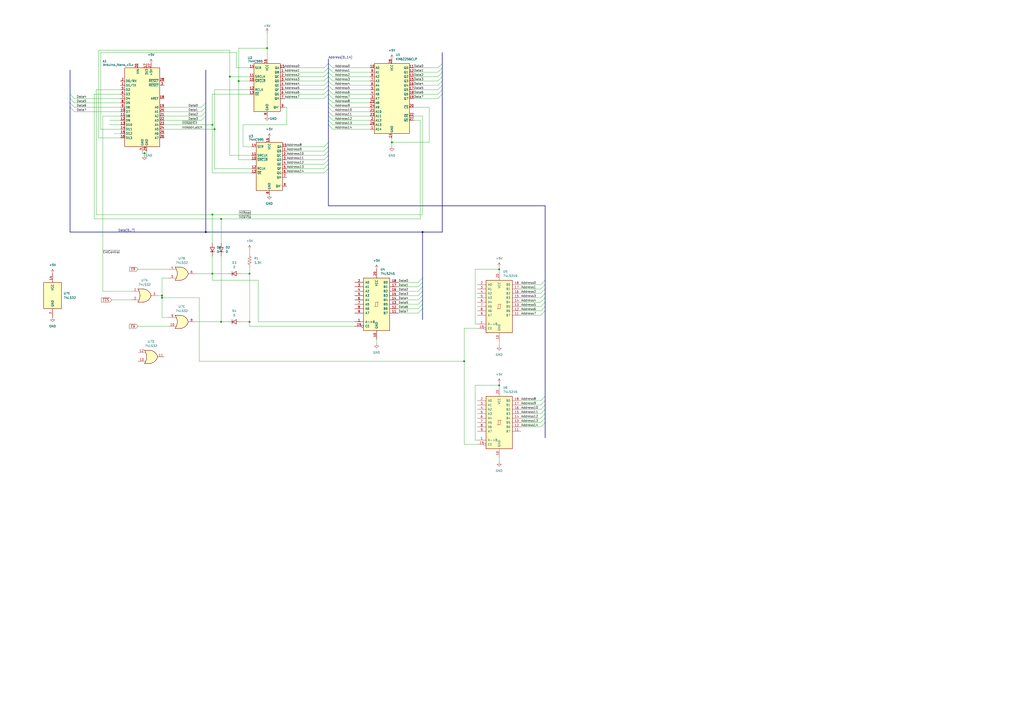
<source format=kicad_sch>
(kicad_sch (version 20231120) (generator "eeschema") (generator_version "8.0")
  (paper "A2")
  (lib_symbols
    (symbol "74xx:74HC595"
      (property "Reference" "U" (at -7.62 13.97 0))
      (property "Value" "74HC595" (at -7.62 -16.51 0))
      (symbol "74HC595_1_0"
        (pin tri_state line (at 10.16 7.62 180) (length 2.54) (name "QB") (number "1"))
        (pin input line (at -10.16 2.54 0) (length 2.54) (name "~{SRCLR}") (number "10"))
        (pin input line (at -10.16 5.08 0) (length 2.54) (name "SRCLK") (number "11"))
        (pin input line (at -10.16 -2.54 0) (length 2.54) (name "RCLK") (number "12"))
        (pin input line (at -10.16 -5.08 0) (length 2.54) (name "~{OE}") (number "13"))
        (pin input line (at -10.16 10.16 0) (length 2.54) (name "SER") (number "14"))
        (pin tri_state line (at 10.16 10.16 180) (length 2.54) (name "QA") (number "15"))
        (pin power_in line (at 0 15.24 270) (length 2.54) (name "VCC") (number "16"))
        (pin tri_state line (at 10.16 5.08 180) (length 2.54) (name "QC") (number "2"))
        (pin tri_state line (at 10.16 2.54 180) (length 2.54) (name "QD") (number "3"))
        (pin tri_state line (at 10.16 0 180) (length 2.54) (name "QE") (number "4"))
        (pin tri_state line (at 10.16 -2.54 180) (length 2.54) (name "QF") (number "5"))
        (pin tri_state line (at 10.16 -5.08 180) (length 2.54) (name "QG") (number "6"))
        (pin tri_state line (at 10.16 -7.62 180) (length 2.54) (name "QH") (number "7"))
        (pin power_in line (at 0 -17.78 90) (length 2.54) (name "GND") (number "8"))
        (pin output line (at 10.16 -12.7 180) (length 2.54) (name "QH'") (number "9"))
      )
      (symbol "74HC595_1_1"
        (rectangle (start -7.62 12.7) (end 7.62 -15.24) (stroke (width 0.254)) (fill (type background)))
      )
    )
    (symbol "74xx:74LS245" (pin_names (offset 1.016))
      (property "Reference" "U" (at -7.62 16.51 0))
      (property "Value" "74LS245" (at -7.62 -16.51 0))
      (symbol "74LS245_1_0"
        (polyline (pts (xy -0.635 -1.27) (xy -0.635 1.27) (xy 0.635 1.27)))
        (polyline (pts (xy -1.27 -1.27) (xy 0.635 -1.27) (xy 0.635 1.27) (xy 1.27 1.27)))
        (pin input line (at -12.7 -10.16 0) (length 5.08) (name "A->B") (number "1"))
        (pin power_in line (at 0 -20.32 90) (length 5.08) (name "GND") (number "10"))
        (pin tri_state line (at 12.7 -5.08 180) (length 5.08) (name "B7") (number "11"))
        (pin tri_state line (at 12.7 -2.54 180) (length 5.08) (name "B6") (number "12"))
        (pin tri_state line (at 12.7 0 180) (length 5.08) (name "B5") (number "13"))
        (pin tri_state line (at 12.7 2.54 180) (length 5.08) (name "B4") (number "14"))
        (pin tri_state line (at 12.7 5.08 180) (length 5.08) (name "B3") (number "15"))
        (pin tri_state line (at 12.7 7.62 180) (length 5.08) (name "B2") (number "16"))
        (pin tri_state line (at 12.7 10.16 180) (length 5.08) (name "B1") (number "17"))
        (pin tri_state line (at 12.7 12.7 180) (length 5.08) (name "B0") (number "18"))
        (pin input inverted (at -12.7 -12.7 0) (length 5.08) (name "CE") (number "19"))
        (pin tri_state line (at -12.7 12.7 0) (length 5.08) (name "A0") (number "2"))
        (pin power_in line (at 0 20.32 270) (length 5.08) (name "VCC") (number "20"))
        (pin tri_state line (at -12.7 10.16 0) (length 5.08) (name "A1") (number "3"))
        (pin tri_state line (at -12.7 7.62 0) (length 5.08) (name "A2") (number "4"))
        (pin tri_state line (at -12.7 5.08 0) (length 5.08) (name "A3") (number "5"))
        (pin tri_state line (at -12.7 2.54 0) (length 5.08) (name "A4") (number "6"))
        (pin tri_state line (at -12.7 0 0) (length 5.08) (name "A5") (number "7"))
        (pin tri_state line (at -12.7 -2.54 0) (length 5.08) (name "A6") (number "8"))
        (pin tri_state line (at -12.7 -5.08 0) (length 5.08) (name "A7") (number "9"))
      )
      (symbol "74LS245_1_1"
        (rectangle (start -7.62 15.24) (end 7.62 -15.24) (stroke (width 0.254)) (fill (type background)))
      )
    )
    (symbol "74xx:74LS32" (pin_names (offset 1.016))
      (property "Reference" "U" (at 0 1.27 0))
      (property "Value" "74LS32" (at 0 -1.27 0))
      (symbol "74LS32_1_1"
        (arc (start -3.81 -3.81) (mid -2.589 0) (end -3.81 3.81) (stroke (width 0.254)))
        (arc (start -0.6096 -3.81) (mid 2.1842 -2.5851) (end 3.81 0) (stroke (width 0.254)) (fill (type background)))
        (polyline (pts (xy -3.81 -3.81) (xy -0.635 -3.81)) (stroke (width 0.254)) (fill (type background)))
        (polyline (pts (xy -3.81 3.81) (xy -0.635 3.81)) (stroke (width 0.254)) (fill (type background)))
        (polyline (pts (xy -0.635 3.81) (xy -3.81 3.81) (xy -3.81 3.81) (xy -3.556 3.4036) (xy -3.0226 2.2606) (xy -2.6924 1.0414) (xy -2.6162 -0.254) (xy -2.7686 -1.4986) (xy -3.175 -2.7178) (xy -3.81 -3.81) (xy -3.81 -3.81) (xy -0.635 -3.81)) (stroke (width -25.4)) (fill (type background)))
        (arc (start 3.81 0) (mid 2.1915 2.5936) (end -0.6096 3.81) (stroke (width 0.254)) (fill (type background)))
        (pin input line (at -7.62 2.54 0) (length 4.318) (name "~") (number "1"))
        (pin input line (at -7.62 -2.54 0) (length 4.318) (name "~") (number "2"))
        (pin output line (at 7.62 0 180) (length 3.81) (name "~") (number "3"))
      )
      (symbol "74LS32_1_2"
        (arc (start 0 -3.81) (mid 3.7934 0) (end 0 3.81) (stroke (width 0.254)) (fill (type background)))
        (polyline (pts (xy 0 3.81) (xy -3.81 3.81) (xy -3.81 -3.81) (xy 0 -3.81)) (stroke (width 0.254)) (fill (type background)))
        (pin input inverted (at -7.62 2.54 0) (length 3.81) (name "~") (number "1"))
        (pin input inverted (at -7.62 -2.54 0) (length 3.81) (name "~") (number "2"))
        (pin output inverted (at 7.62 0 180) (length 3.81) (name "~") (number "3"))
      )
      (symbol "74LS32_2_1"
        (arc (start -3.81 -3.81) (mid -2.589 0) (end -3.81 3.81) (stroke (width 0.254)))
        (arc (start -0.6096 -3.81) (mid 2.1842 -2.5851) (end 3.81 0) (stroke (width 0.254)) (fill (type background)))
        (polyline (pts (xy -3.81 -3.81) (xy -0.635 -3.81)) (stroke (width 0.254)) (fill (type background)))
        (polyline (pts (xy -3.81 3.81) (xy -0.635 3.81)) (stroke (width 0.254)) (fill (type background)))
        (polyline (pts (xy -0.635 3.81) (xy -3.81 3.81) (xy -3.81 3.81) (xy -3.556 3.4036) (xy -3.0226 2.2606) (xy -2.6924 1.0414) (xy -2.6162 -0.254) (xy -2.7686 -1.4986) (xy -3.175 -2.7178) (xy -3.81 -3.81) (xy -3.81 -3.81) (xy -0.635 -3.81)) (stroke (width -25.4)) (fill (type background)))
        (arc (start 3.81 0) (mid 2.1915 2.5936) (end -0.6096 3.81) (stroke (width 0.254)) (fill (type background)))
        (pin input line (at -7.62 2.54 0) (length 4.318) (name "~") (number "4"))
        (pin input line (at -7.62 -2.54 0) (length 4.318) (name "~") (number "5"))
        (pin output line (at 7.62 0 180) (length 3.81) (name "~") (number "6"))
      )
      (symbol "74LS32_2_2"
        (arc (start 0 -3.81) (mid 3.7934 0) (end 0 3.81) (stroke (width 0.254)) (fill (type background)))
        (polyline (pts (xy 0 3.81) (xy -3.81 3.81) (xy -3.81 -3.81) (xy 0 -3.81)) (stroke (width 0.254)) (fill (type background)))
        (pin input inverted (at -7.62 2.54 0) (length 3.81) (name "~") (number "4"))
        (pin input inverted (at -7.62 -2.54 0) (length 3.81) (name "~") (number "5"))
        (pin output inverted (at 7.62 0 180) (length 3.81) (name "~") (number "6"))
      )
      (symbol "74LS32_3_1"
        (arc (start -3.81 -3.81) (mid -2.589 0) (end -3.81 3.81) (stroke (width 0.254)))
        (arc (start -0.6096 -3.81) (mid 2.1842 -2.5851) (end 3.81 0) (stroke (width 0.254)) (fill (type background)))
        (polyline (pts (xy -3.81 -3.81) (xy -0.635 -3.81)) (stroke (width 0.254)) (fill (type background)))
        (polyline (pts (xy -3.81 3.81) (xy -0.635 3.81)) (stroke (width 0.254)) (fill (type background)))
        (polyline (pts (xy -0.635 3.81) (xy -3.81 3.81) (xy -3.81 3.81) (xy -3.556 3.4036) (xy -3.0226 2.2606) (xy -2.6924 1.0414) (xy -2.6162 -0.254) (xy -2.7686 -1.4986) (xy -3.175 -2.7178) (xy -3.81 -3.81) (xy -3.81 -3.81) (xy -0.635 -3.81)) (stroke (width -25.4)) (fill (type background)))
        (arc (start 3.81 0) (mid 2.1915 2.5936) (end -0.6096 3.81) (stroke (width 0.254)) (fill (type background)))
        (pin input line (at -7.62 -2.54 0) (length 4.318) (name "~") (number "10"))
        (pin output line (at 7.62 0 180) (length 3.81) (name "~") (number "8"))
        (pin input line (at -7.62 2.54 0) (length 4.318) (name "~") (number "9"))
      )
      (symbol "74LS32_3_2"
        (arc (start 0 -3.81) (mid 3.7934 0) (end 0 3.81) (stroke (width 0.254)) (fill (type background)))
        (polyline (pts (xy 0 3.81) (xy -3.81 3.81) (xy -3.81 -3.81) (xy 0 -3.81)) (stroke (width 0.254)) (fill (type background)))
        (pin input inverted (at -7.62 -2.54 0) (length 3.81) (name "~") (number "10"))
        (pin output inverted (at 7.62 0 180) (length 3.81) (name "~") (number "8"))
        (pin input inverted (at -7.62 2.54 0) (length 3.81) (name "~") (number "9"))
      )
      (symbol "74LS32_4_1"
        (arc (start -3.81 -3.81) (mid -2.589 0) (end -3.81 3.81) (stroke (width 0.254)))
        (arc (start -0.6096 -3.81) (mid 2.1842 -2.5851) (end 3.81 0) (stroke (width 0.254)) (fill (type background)))
        (polyline (pts (xy -3.81 -3.81) (xy -0.635 -3.81)) (stroke (width 0.254)) (fill (type background)))
        (polyline (pts (xy -3.81 3.81) (xy -0.635 3.81)) (stroke (width 0.254)) (fill (type background)))
        (polyline (pts (xy -0.635 3.81) (xy -3.81 3.81) (xy -3.81 3.81) (xy -3.556 3.4036) (xy -3.0226 2.2606) (xy -2.6924 1.0414) (xy -2.6162 -0.254) (xy -2.7686 -1.4986) (xy -3.175 -2.7178) (xy -3.81 -3.81) (xy -3.81 -3.81) (xy -0.635 -3.81)) (stroke (width -25.4)) (fill (type background)))
        (arc (start 3.81 0) (mid 2.1915 2.5936) (end -0.6096 3.81) (stroke (width 0.254)) (fill (type background)))
        (pin output line (at 7.62 0 180) (length 3.81) (name "~") (number "11"))
        (pin input line (at -7.62 2.54 0) (length 4.318) (name "~") (number "12"))
        (pin input line (at -7.62 -2.54 0) (length 4.318) (name "~") (number "13"))
      )
      (symbol "74LS32_4_2"
        (arc (start 0 -3.81) (mid 3.7934 0) (end 0 3.81) (stroke (width 0.254)) (fill (type background)))
        (polyline (pts (xy 0 3.81) (xy -3.81 3.81) (xy -3.81 -3.81) (xy 0 -3.81)) (stroke (width 0.254)) (fill (type background)))
        (pin output inverted (at 7.62 0 180) (length 3.81) (name "~") (number "11"))
        (pin input inverted (at -7.62 2.54 0) (length 3.81) (name "~") (number "12"))
        (pin input inverted (at -7.62 -2.54 0) (length 3.81) (name "~") (number "13"))
      )
      (symbol "74LS32_5_0"
        (pin power_in line (at 0 12.7 270) (length 5.08) (name "VCC") (number "14"))
        (pin power_in line (at 0 -12.7 90) (length 5.08) (name "GND") (number "7"))
      )
      (symbol "74LS32_5_1"
        (rectangle (start -5.08 7.62) (end 5.08 -7.62) (stroke (width 0.254)) (fill (type background)))
      )
    )
    (symbol "Device:D" (pin_numbers hide) (pin_names (offset 1.016) hide)
      (property "Reference" "D" (at 0 2.54 0))
      (property "Value" "D" (at 0 -2.54 0))
      (symbol "D_0_1"
        (polyline (pts (xy -1.27 1.27) (xy -1.27 -1.27)) (stroke (width 0.254)))
        (polyline (pts (xy 1.27 0) (xy -1.27 0)))
        (polyline (pts (xy 1.27 1.27) (xy 1.27 -1.27) (xy -1.27 0) (xy 1.27 1.27)) (stroke (width 0.254)))
      )
      (symbol "D_1_1"
        (pin passive line (at -3.81 0 0) (length 2.54) (name "K") (number "1"))
        (pin passive line (at 3.81 0 180) (length 2.54) (name "A") (number "2"))
      )
    )
    (symbol "Device:R_US" (pin_numbers hide) (pin_names (offset 0))
      (property "Reference" "R" (at 2.54 0 90))
      (property "Value" "R_US" (at -2.54 0 90))
      (symbol "R_US_0_1"
        (polyline (pts (xy 0 -2.286) (xy 0 -2.54)))
        (polyline (pts (xy 0 2.286) (xy 0 2.54)))
        (polyline (pts (xy 0 -0.762) (xy 1.016 -1.143) (xy 0 -1.524) (xy -1.016 -1.905) (xy 0 -2.286)))
        (polyline (pts (xy 0 0.762) (xy 1.016 0.381) (xy 0 0) (xy -1.016 -0.381) (xy 0 -0.762)))
        (polyline (pts (xy 0 2.286) (xy 1.016 1.905) (xy 0 1.524) (xy -1.016 1.143) (xy 0 0.762)))
      )
      (symbol "R_US_1_1"
        (pin passive line (at 0 3.81 270) (length 1.27) (name "~") (number "1"))
        (pin passive line (at 0 -3.81 90) (length 1.27) (name "~") (number "2"))
      )
    )
    (symbol "MCU_Module:Arduino_Nano_v3.x"
      (property "Reference" "A" (at -10.16 23.495 0))
      (property "Value" "Arduino_Nano_v3.x" (at 5.08 -24.13 0))
      (symbol "Arduino_Nano_v3.x_0_1"
        (rectangle (start -10.16 22.86) (end 10.16 -22.86) (stroke (width 0.254)) (fill (type background)))
      )
      (symbol "Arduino_Nano_v3.x_1_1"
        (pin bidirectional line (at -12.7 12.7 0) (length 2.54) (name "D1/TX") (number "1"))
        (pin bidirectional line (at -12.7 -2.54 0) (length 2.54) (name "D7") (number "10"))
        (pin bidirectional line (at -12.7 -5.08 0) (length 2.54) (name "D8") (number "11"))
        (pin bidirectional line (at -12.7 -7.62 0) (length 2.54) (name "D9") (number "12"))
        (pin bidirectional line (at -12.7 -10.16 0) (length 2.54) (name "D10") (number "13"))
        (pin bidirectional line (at -12.7 -12.7 0) (length 2.54) (name "D11") (number "14"))
        (pin bidirectional line (at -12.7 -15.24 0) (length 2.54) (name "D12") (number "15"))
        (pin bidirectional line (at -12.7 -17.78 0) (length 2.54) (name "D13") (number "16"))
        (pin power_out line (at 2.54 25.4 270) (length 2.54) (name "3V3") (number "17"))
        (pin input line (at 12.7 5.08 180) (length 2.54) (name "AREF") (number "18"))
        (pin bidirectional line (at 12.7 0 180) (length 2.54) (name "A0") (number "19"))
        (pin bidirectional line (at -12.7 15.24 0) (length 2.54) (name "D0/RX") (number "2"))
        (pin bidirectional line (at 12.7 -2.54 180) (length 2.54) (name "A1") (number "20"))
        (pin bidirectional line (at 12.7 -5.08 180) (length 2.54) (name "A2") (number "21"))
        (pin bidirectional line (at 12.7 -7.62 180) (length 2.54) (name "A3") (number "22"))
        (pin bidirectional line (at 12.7 -10.16 180) (length 2.54) (name "A4") (number "23"))
        (pin bidirectional line (at 12.7 -12.7 180) (length 2.54) (name "A5") (number "24"))
        (pin bidirectional line (at 12.7 -15.24 180) (length 2.54) (name "A6") (number "25"))
        (pin bidirectional line (at 12.7 -17.78 180) (length 2.54) (name "A7") (number "26"))
        (pin power_out line (at 5.08 25.4 270) (length 2.54) (name "+5V") (number "27"))
        (pin input line (at 12.7 15.24 180) (length 2.54) (name "~{RESET}") (number "28"))
        (pin power_in line (at 2.54 -25.4 90) (length 2.54) (name "GND") (number "29"))
        (pin input line (at 12.7 12.7 180) (length 2.54) (name "~{RESET}") (number "3"))
        (pin power_in line (at -2.54 25.4 270) (length 2.54) (name "VIN") (number "30"))
        (pin power_in line (at 0 -25.4 90) (length 2.54) (name "GND") (number "4"))
        (pin bidirectional line (at -12.7 10.16 0) (length 2.54) (name "D2") (number "5"))
        (pin bidirectional line (at -12.7 7.62 0) (length 2.54) (name "D3") (number "6"))
        (pin bidirectional line (at -12.7 5.08 0) (length 2.54) (name "D4") (number "7"))
        (pin bidirectional line (at -12.7 2.54 0) (length 2.54) (name "D5") (number "8"))
        (pin bidirectional line (at -12.7 0 0) (length 2.54) (name "D6") (number "9"))
      )
    )
    (symbol "Memory_RAM:KM62256CLP"
      (property "Reference" "U" (at -10.16 20.955 0))
      (property "Value" "KM62256CLP" (at 2.54 20.955 0))
      (symbol "KM62256CLP_0_0"
        (pin power_in line (at 0 -22.86 90) (length 2.54) (name "GND") (number "14"))
        (pin power_in line (at 0 22.86 270) (length 2.54) (name "VCC") (number "28"))
      )
      (symbol "KM62256CLP_0_1"
        (rectangle (start -10.16 20.32) (end 10.16 -20.32) (stroke (width 0.254)) (fill (type background)))
      )
      (symbol "KM62256CLP_1_1"
        (pin input line (at -12.7 -17.78 0) (length 2.54) (name "A14") (number "1"))
        (pin input line (at -12.7 17.78 0) (length 2.54) (name "A0") (number "10"))
        (pin tri_state line (at 12.7 17.78 180) (length 2.54) (name "Q0") (number "11"))
        (pin tri_state line (at 12.7 15.24 180) (length 2.54) (name "Q1") (number "12"))
        (pin tri_state line (at 12.7 12.7 180) (length 2.54) (name "Q2") (number "13"))
        (pin tri_state line (at 12.7 10.16 180) (length 2.54) (name "Q3") (number "15"))
        (pin tri_state line (at 12.7 7.62 180) (length 2.54) (name "Q4") (number "16"))
        (pin tri_state line (at 12.7 5.08 180) (length 2.54) (name "Q5") (number "17"))
        (pin tri_state line (at 12.7 2.54 180) (length 2.54) (name "Q6") (number "18"))
        (pin tri_state line (at 12.7 0 180) (length 2.54) (name "Q7") (number "19"))
        (pin input line (at -12.7 -12.7 0) (length 2.54) (name "A12") (number "2"))
        (pin input line (at 12.7 -5.08 180) (length 2.54) (name "~{CS}") (number "20"))
        (pin input line (at -12.7 -7.62 0) (length 2.54) (name "A10") (number "21"))
        (pin input line (at 12.7 -10.16 180) (length 2.54) (name "~{OE}") (number "22"))
        (pin input line (at -12.7 -10.16 0) (length 2.54) (name "A11") (number "23"))
        (pin input line (at -12.7 -5.08 0) (length 2.54) (name "A9") (number "24"))
        (pin input line (at -12.7 -2.54 0) (length 2.54) (name "A8") (number "25"))
        (pin input line (at -12.7 -15.24 0) (length 2.54) (name "A13") (number "26"))
        (pin input line (at 12.7 -12.7 180) (length 2.54) (name "~{WE}") (number "27"))
        (pin input line (at -12.7 0 0) (length 2.54) (name "A7") (number "3"))
        (pin input line (at -12.7 2.54 0) (length 2.54) (name "A6") (number "4"))
        (pin input line (at -12.7 5.08 0) (length 2.54) (name "A5") (number "5"))
        (pin input line (at -12.7 7.62 0) (length 2.54) (name "A4") (number "6"))
        (pin input line (at -12.7 10.16 0) (length 2.54) (name "A3") (number "7"))
        (pin input line (at -12.7 12.7 0) (length 2.54) (name "A2") (number "8"))
        (pin input line (at -12.7 15.24 0) (length 2.54) (name "A1") (number "9"))
      )
    )
    (symbol "power:+5V" (power) (pin_numbers hide) (pin_names (offset 0) hide)
      (property "Value" "+5V" (at 0 3.556 0))
      (symbol "+5V_0_1"
        (polyline (pts (xy -0.762 1.27) (xy 0 2.54)))
        (polyline (pts (xy 0 0) (xy 0 2.54)))
        (polyline (pts (xy 0 2.54) (xy 0.762 1.27)))
      )
      (symbol "+5V_1_1"
        (pin power_in line (at 0 0 90) (length 0) (name "~") (number "1"))
      )
    )
    (symbol "power:GND" (power) (pin_numbers hide) (pin_names (offset 0) hide)
      (property "Value" "GND" (at 0 -3.81 0))
      (symbol "GND_0_1"
        (polyline (pts (xy 0 0) (xy 0 -1.27) (xy 1.27 -1.27) (xy 0 -2.54) (xy -1.27 -1.27) (xy 0 -1.27)))
      )
      (symbol "GND_1_1"
        (pin power_in line (at 0 0 270) (length 0) (name "~") (number "1"))
      )
    )
  )
  (junction (at 123.19 124.46))
  (junction (at 119.38 134.62))
  (junction (at 133.35 44.45))
  (junction (at 269.24 209.55))
  (junction (at 289.56 156.21))
  (junction (at 93.98 171.45))
  (junction (at 83.82 88.9))
  (junction (at 123.19 72.39))
  (junction (at 227.33 82.55))
  (junction (at 128.27 127))
  (junction (at 154.94 27.94))
  (junction (at 124.46 74.93))
  (junction (at 245.11 134.62))
  (junction (at 289.56 223.52))
  (junction (at 123.19 158.75))
  (junction (at 144.78 158.75))
  (junction (at 144.78 186.69))
  (junction (at 128.27 186.69))
  (junction (at 93.98 172.72))
  (junction (at 138.43 46.99))
  (bus_entry (at 190.5 54.61) (size 2.54 2.54))
  (bus_entry (at 245.11 173.99) (size -2.54 2.54))
  (bus_entry (at 190.5 44.45) (size 2.54 2.54))
  (bus_entry (at 316.23 180.34) (size -2.54 2.54))
  (bus_entry (at 190.5 49.53) (size -2.54 2.54))
  (bus_entry (at 316.23 162.56) (size -2.54 2.54))
  (bus_entry (at 245.11 171.45) (size -2.54 2.54))
  (bus_entry (at 190.5 97.79) (size -2.54 2.54))
  (bus_entry (at 256.54 36.83) (size -2.54 2.54))
  (bus_entry (at 190.5 62.23) (size 2.54 2.54))
  (bus_entry (at 316.23 245.11) (size -2.54 2.54))
  (bus_entry (at 190.5 52.07) (size 2.54 2.54))
  (bus_entry (at 190.5 46.99) (size 2.54 2.54))
  (bus_entry (at 256.54 46.99) (size -2.54 2.54))
  (bus_entry (at 190.5 41.91) (size -2.54 2.54))
  (bus_entry (at 119.38 67.31) (size -2.54 2.54))
  (bus_entry (at 119.38 64.77) (size -2.54 2.54))
  (bus_entry (at 190.5 87.63) (size -2.54 2.54))
  (bus_entry (at 190.5 54.61) (size -2.54 2.54))
  (bus_entry (at 316.23 242.57) (size -2.54 2.54))
  (bus_entry (at 316.23 170.18) (size -2.54 2.54))
  (bus_entry (at 40.64 62.23) (size 2.54 2.54))
  (bus_entry (at 190.5 39.37) (size -2.54 2.54))
  (bus_entry (at 119.38 62.23) (size -2.54 2.54))
  (bus_entry (at 245.11 179.07) (size -2.54 2.54))
  (bus_entry (at 190.5 59.69) (size 2.54 2.54))
  (bus_entry (at 316.23 165.1) (size -2.54 2.54))
  (bus_entry (at 316.23 175.26) (size -2.54 2.54))
  (bus_entry (at 190.5 92.71) (size -2.54 2.54))
  (bus_entry (at 190.5 67.31) (size 2.54 2.54))
  (bus_entry (at 316.23 229.87) (size -2.54 2.54))
  (bus_entry (at 245.11 168.91) (size -2.54 2.54))
  (bus_entry (at 256.54 52.07) (size -2.54 2.54))
  (bus_entry (at 190.5 72.39) (size 2.54 2.54))
  (bus_entry (at 190.5 41.91) (size 2.54 2.54))
  (bus_entry (at 316.23 234.95) (size -2.54 2.54))
  (bus_entry (at 316.23 177.8) (size -2.54 2.54))
  (bus_entry (at 190.5 46.99) (size -2.54 2.54))
  (bus_entry (at 190.5 36.83) (size -2.54 2.54))
  (bus_entry (at 40.64 54.61) (size 2.54 2.54))
  (bus_entry (at 190.5 90.17) (size -2.54 2.54))
  (bus_entry (at 190.5 49.53) (size 2.54 2.54))
  (bus_entry (at 256.54 39.37) (size -2.54 2.54))
  (bus_entry (at 119.38 59.69) (size -2.54 2.54))
  (bus_entry (at 190.5 39.37) (size 2.54 2.54))
  (bus_entry (at 190.5 64.77) (size 2.54 2.54))
  (bus_entry (at 40.64 57.15) (size 2.54 2.54))
  (bus_entry (at 190.5 36.83) (size 2.54 2.54))
  (bus_entry (at 190.5 85.09) (size -2.54 2.54))
  (bus_entry (at 245.11 163.83) (size -2.54 2.54))
  (bus_entry (at 245.11 166.37) (size -2.54 2.54))
  (bus_entry (at 316.23 167.64) (size -2.54 2.54))
  (bus_entry (at 316.23 232.41) (size -2.54 2.54))
  (bus_entry (at 245.11 176.53) (size -2.54 2.54))
  (bus_entry (at 256.54 49.53) (size -2.54 2.54))
  (bus_entry (at 190.5 52.07) (size -2.54 2.54))
  (bus_entry (at 256.54 54.61) (size -2.54 2.54))
  (bus_entry (at 190.5 57.15) (size 2.54 2.54))
  (bus_entry (at 190.5 82.55) (size -2.54 2.54))
  (bus_entry (at 190.5 69.85) (size 2.54 2.54))
  (bus_entry (at 316.23 237.49) (size -2.54 2.54))
  (bus_entry (at 190.5 95.25) (size -2.54 2.54))
  (bus_entry (at 245.11 161.29) (size -2.54 2.54))
  (bus_entry (at 316.23 240.03) (size -2.54 2.54))
  (bus_entry (at 316.23 172.72) (size -2.54 2.54))
  (bus_entry (at 256.54 44.45) (size -2.54 2.54))
  (bus_entry (at 190.5 44.45) (size -2.54 2.54))
  (bus_entry (at 40.64 59.69) (size 2.54 2.54))
  (bus_entry (at 256.54 41.91) (size -2.54 2.54))
  (wire (pts (xy 123.19 124.46) (xy 245.11 124.46)))
  (bus (pts (xy 190.5 67.31) (xy 190.5 69.85)))
  (wire (pts (xy 193.04 57.15) (xy 214.63 57.15)))
  (wire (pts (xy 128.27 127) (xy 128.27 140.97)))
  (wire (pts (xy 133.35 44.45) (xy 144.78 44.45)))
  (bus (pts (xy 256.54 46.99) (xy 256.54 49.53)))
  (wire (pts (xy 144.78 189.23) (xy 144.78 186.69)))
  (wire (pts (xy 93.98 171.45) (xy 93.98 172.72)))
  (bus (pts (xy 316.23 165.1) (xy 316.23 167.64)))
  (wire (pts (xy 55.88 52.07) (xy 55.88 124.46)))
  (wire (pts (xy 133.35 90.17) (xy 133.35 44.45)))
  (bus (pts (xy 190.5 69.85) (xy 190.5 72.39)))
  (bus (pts (xy 316.23 175.26) (xy 316.23 177.8)))
  (wire (pts (xy 302.26 242.57) (xy 313.69 242.57)))
  (wire (pts (xy 139.7 158.75) (xy 144.78 158.75)))
  (bus (pts (xy 316.23 237.49) (xy 316.23 240.03)))
  (bus (pts (xy 245.11 134.62) (xy 245.11 161.29)))
  (wire (pts (xy 95.25 62.23) (xy 116.84 62.23)))
  (bus (pts (xy 190.5 72.39) (xy 190.5 82.55)))
  (wire (pts (xy 289.56 154.94) (xy 289.56 156.21)))
  (wire (pts (xy 123.19 158.75) (xy 132.08 158.75)))
  (wire (pts (xy 128.27 148.59) (xy 128.27 186.69)))
  (bus (pts (xy 316.23 240.03) (xy 316.23 242.57)))
  (wire (pts (xy 193.04 41.91) (xy 214.63 41.91)))
  (wire (pts (xy 115.57 172.72) (xy 93.98 172.72)))
  (wire (pts (xy 138.43 27.94) (xy 138.43 46.99)))
  (wire (pts (xy 95.25 64.77) (xy 116.84 64.77)))
  (wire (pts (xy 166.37 87.63) (xy 187.96 87.63)))
  (wire (pts (xy 59.69 67.31) (xy 69.85 67.31)))
  (wire (pts (xy 43.18 64.77) (xy 69.85 64.77)))
  (bus (pts (xy 316.23 245.11) (xy 316.23 254)))
  (wire (pts (xy 133.35 29.21) (xy 133.35 44.45)))
  (bus (pts (xy 256.54 30.48) (xy 256.54 36.83)))
  (wire (pts (xy 69.85 74.93) (xy 58.42 74.93)))
  (wire (pts (xy 165.1 39.37) (xy 187.96 39.37)))
  (wire (pts (xy 128.27 186.69) (xy 113.03 186.69)))
  (wire (pts (xy 165.1 52.07) (xy 187.96 52.07)))
  (wire (pts (xy 240.03 46.99) (xy 254 46.99)))
  (bus (pts (xy 190.5 59.69) (xy 190.5 62.23)))
  (wire (pts (xy 54.61 54.61) (xy 69.85 54.61)))
  (bus (pts (xy 190.5 52.07) (xy 190.5 54.61)))
  (bus (pts (xy 190.5 97.79) (xy 190.5 119.38)))
  (wire (pts (xy 248.92 62.23) (xy 240.03 62.23)))
  (wire (pts (xy 275.59 223.52) (xy 289.56 223.52)))
  (bus (pts (xy 256.54 49.53) (xy 256.54 52.07)))
  (wire (pts (xy 80.01 156.21) (xy 97.79 156.21)))
  (bus (pts (xy 190.5 49.53) (xy 190.5 52.07)))
  (wire (pts (xy 123.19 72.39) (xy 123.19 100.33)))
  (bus (pts (xy 190.5 95.25) (xy 190.5 97.79)))
  (wire (pts (xy 54.61 127) (xy 128.27 127)))
  (wire (pts (xy 55.88 124.46) (xy 123.19 124.46)))
  (bus (pts (xy 190.5 54.61) (xy 190.5 57.15)))
  (wire (pts (xy 240.03 44.45) (xy 254 44.45)))
  (wire (pts (xy 289.56 223.52) (xy 289.56 224.79)))
  (wire (pts (xy 276.86 187.96) (xy 275.59 187.96)))
  (wire (pts (xy 82.55 88.9) (xy 83.82 88.9)))
  (wire (pts (xy 193.04 54.61) (xy 214.63 54.61)))
  (wire (pts (xy 231.14 181.61) (xy 242.57 181.61)))
  (wire (pts (xy 138.43 46.99) (xy 144.78 46.99)))
  (wire (pts (xy 166.37 100.33) (xy 187.96 100.33)))
  (wire (pts (xy 83.82 90.17) (xy 83.82 88.9)))
  (wire (pts (xy 124.46 74.93) (xy 124.46 97.79)))
  (wire (pts (xy 193.04 46.99) (xy 214.63 46.99)))
  (bus (pts (xy 316.23 167.64) (xy 316.23 170.18)))
  (wire (pts (xy 69.85 80.01) (xy 57.15 80.01)))
  (wire (pts (xy 302.26 165.1) (xy 313.69 165.1)))
  (wire (pts (xy 289.56 222.25) (xy 289.56 223.52)))
  (wire (pts (xy 302.26 245.11) (xy 313.69 245.11)))
  (wire (pts (xy 275.59 156.21) (xy 289.56 156.21)))
  (wire (pts (xy 302.26 247.65) (xy 313.69 247.65)))
  (wire (pts (xy 66.04 77.47) (xy 69.85 77.47)))
  (bus (pts (xy 190.5 39.37) (xy 190.5 41.91)))
  (wire (pts (xy 193.04 74.93) (xy 214.63 74.93)))
  (wire (pts (xy 91.44 171.45) (xy 93.98 171.45)))
  (wire (pts (xy 248.92 62.23) (xy 248.92 82.55)))
  (wire (pts (xy 123.19 162.56) (xy 123.19 158.75)))
  (wire (pts (xy 302.26 237.49) (xy 313.69 237.49)))
  (wire (pts (xy 302.26 182.88) (xy 313.69 182.88)))
  (bus (pts (xy 190.5 64.77) (xy 190.5 67.31)))
  (wire (pts (xy 193.04 64.77) (xy 214.63 64.77)))
  (wire (pts (xy 166.37 95.25) (xy 187.96 95.25)))
  (wire (pts (xy 124.46 52.07) (xy 124.46 74.93)))
  (wire (pts (xy 144.78 154.94) (xy 144.78 158.75)))
  (wire (pts (xy 138.43 46.99) (xy 138.43 92.71)))
  (bus (pts (xy 190.5 44.45) (xy 190.5 46.99)))
  (wire (pts (xy 187.96 49.53) (xy 165.1 49.53)))
  (wire (pts (xy 149.86 162.56) (xy 123.19 162.56)))
  (wire (pts (xy 123.19 72.39) (xy 123.19 54.61)))
  (bus (pts (xy 245.11 176.53) (xy 245.11 179.07)))
  (wire (pts (xy 240.03 54.61) (xy 254 54.61)))
  (wire (pts (xy 193.04 62.23) (xy 214.63 62.23)))
  (bus (pts (xy 190.5 36.83) (xy 190.5 39.37)))
  (wire (pts (xy 205.74 189.23) (xy 144.78 189.23)))
  (wire (pts (xy 123.19 148.59) (xy 123.19 158.75)))
  (bus (pts (xy 40.64 134.62) (xy 119.38 134.62)))
  (bus (pts (xy 190.5 34.29) (xy 190.5 36.83)))
  (wire (pts (xy 276.86 255.27) (xy 275.59 255.27)))
  (wire (pts (xy 85.09 88.9) (xy 85.09 87.63)))
  (wire (pts (xy 240.03 41.91) (xy 254 41.91)))
  (bus (pts (xy 119.38 64.77) (xy 119.38 67.31)))
  (wire (pts (xy 269.24 257.81) (xy 276.86 257.81)))
  (wire (pts (xy 144.78 186.69) (xy 139.7 186.69)))
  (bus (pts (xy 245.11 179.07) (xy 245.11 185.42)))
  (wire (pts (xy 140.97 72.39) (xy 140.97 85.09)))
  (wire (pts (xy 231.14 168.91) (xy 242.57 168.91)))
  (wire (pts (xy 240.03 49.53) (xy 254 49.53)))
  (wire (pts (xy 231.14 179.07) (xy 242.57 179.07)))
  (wire (pts (xy 63.5 69.85) (xy 69.85 69.85)))
  (wire (pts (xy 218.44 199.39) (xy 218.44 196.85)))
  (wire (pts (xy 146.05 92.71) (xy 138.43 92.71)))
  (bus (pts (xy 256.54 39.37) (xy 256.54 41.91)))
  (wire (pts (xy 231.14 163.83) (xy 242.57 163.83)))
  (wire (pts (xy 193.04 44.45) (xy 214.63 44.45)))
  (wire (pts (xy 43.18 57.15) (xy 69.85 57.15)))
  (wire (pts (xy 289.56 156.21) (xy 289.56 157.48)))
  (bus (pts (xy 256.54 44.45) (xy 256.54 46.99)))
  (wire (pts (xy 123.19 54.61) (xy 144.78 54.61)))
  (wire (pts (xy 124.46 97.79) (xy 146.05 97.79)))
  (wire (pts (xy 165.1 41.91) (xy 187.96 41.91)))
  (bus (pts (xy 119.38 59.69) (xy 119.38 62.23)))
  (wire (pts (xy 227.33 80.01) (xy 227.33 82.55)))
  (bus (pts (xy 119.38 134.62) (xy 245.11 134.62)))
  (bus (pts (xy 190.5 85.09) (xy 190.5 87.63)))
  (wire (pts (xy 58.42 30.48) (xy 137.16 30.48)))
  (wire (pts (xy 123.19 124.46) (xy 123.19 140.97)))
  (wire (pts (xy 275.59 187.96) (xy 275.59 156.21)))
  (wire (pts (xy 248.92 82.55) (xy 227.33 82.55)))
  (bus (pts (xy 245.11 163.83) (xy 245.11 166.37)))
  (wire (pts (xy 193.04 59.69) (xy 214.63 59.69)))
  (bus (pts (xy 316.23 232.41) (xy 316.23 234.95)))
  (wire (pts (xy 302.26 175.26) (xy 313.69 175.26)))
  (wire (pts (xy 93.98 161.29) (xy 97.79 161.29)))
  (wire (pts (xy 133.35 90.17) (xy 146.05 90.17)))
  (wire (pts (xy 165.1 44.45) (xy 187.96 44.45)))
  (wire (pts (xy 302.26 170.18) (xy 313.69 170.18)))
  (bus (pts (xy 190.5 57.15) (xy 190.5 59.69)))
  (wire (pts (xy 95.25 67.31) (xy 116.84 67.31)))
  (wire (pts (xy 123.19 100.33) (xy 146.05 100.33)))
  (wire (pts (xy 302.26 234.95) (xy 313.69 234.95)))
  (wire (pts (xy 302.26 167.64) (xy 313.69 167.64)))
  (bus (pts (xy 40.64 59.69) (xy 40.64 62.23)))
  (wire (pts (xy 302.26 172.72) (xy 313.69 172.72)))
  (wire (pts (xy 149.86 186.69) (xy 149.86 162.56)))
  (wire (pts (xy 166.37 62.23) (xy 166.37 72.39)))
  (wire (pts (xy 123.19 158.75) (xy 113.03 158.75)))
  (wire (pts (xy 95.25 72.39) (xy 123.19 72.39)))
  (wire (pts (xy 240.03 52.07) (xy 254 52.07)))
  (wire (pts (xy 64.77 173.99) (xy 76.2 173.99)))
  (wire (pts (xy 95.25 74.93) (xy 124.46 74.93)))
  (wire (pts (xy 302.26 180.34) (xy 313.69 180.34)))
  (bus (pts (xy 245.11 161.29) (xy 245.11 163.83)))
  (wire (pts (xy 166.37 90.17) (xy 187.96 90.17)))
  (wire (pts (xy 193.04 49.53) (xy 214.63 49.53)))
  (wire (pts (xy 240.03 39.37) (xy 254 39.37)))
  (bus (pts (xy 316.23 242.57) (xy 316.23 245.11)))
  (bus (pts (xy 119.38 67.31) (xy 119.38 134.62)))
  (bus (pts (xy 245.11 168.91) (xy 245.11 171.45)))
  (wire (pts (xy 97.79 184.15) (xy 93.98 184.15)))
  (wire (pts (xy 95.25 69.85) (xy 116.84 69.85)))
  (wire (pts (xy 231.14 171.45) (xy 242.57 171.45)))
  (bus (pts (xy 190.5 46.99) (xy 190.5 49.53)))
  (wire (pts (xy 166.37 85.09) (xy 187.96 85.09)))
  (bus (pts (xy 119.38 62.23) (xy 119.38 64.77)))
  (bus (pts (xy 40.64 54.61) (xy 40.64 57.15)))
  (wire (pts (xy 43.18 59.69) (xy 69.85 59.69)))
  (wire (pts (xy 231.14 166.37) (xy 242.57 166.37)))
  (bus (pts (xy 316.23 119.38) (xy 316.23 162.56)))
  (wire (pts (xy 57.15 80.01) (xy 57.15 29.21)))
  (wire (pts (xy 144.78 144.78) (xy 144.78 147.32)))
  (bus (pts (xy 316.23 180.34) (xy 316.23 229.87)))
  (wire (pts (xy 205.74 186.69) (xy 149.86 186.69)))
  (bus (pts (xy 40.64 57.15) (xy 40.64 59.69)))
  (wire (pts (xy 245.11 67.31) (xy 240.03 67.31)))
  (wire (pts (xy 302.26 232.41) (xy 313.69 232.41)))
  (wire (pts (xy 243.84 69.85) (xy 240.03 69.85)))
  (wire (pts (xy 138.43 27.94) (xy 154.94 27.94)))
  (wire (pts (xy 144.78 52.07) (xy 124.46 52.07)))
  (wire (pts (xy 269.24 190.5) (xy 269.24 209.55)))
  (wire (pts (xy 302.26 177.8) (xy 313.69 177.8)))
  (wire (pts (xy 80.01 189.23) (xy 97.79 189.23)))
  (bus (pts (xy 245.11 173.99) (xy 245.11 176.53)))
  (wire (pts (xy 63.5 72.39) (xy 69.85 72.39)))
  (bus (pts (xy 316.23 172.72) (xy 316.23 175.26)))
  (wire (pts (xy 165.1 62.23) (xy 166.37 62.23)))
  (wire (pts (xy 43.18 62.23) (xy 69.85 62.23)))
  (bus (pts (xy 190.5 90.17) (xy 190.5 92.71)))
  (wire (pts (xy 154.94 27.94) (xy 154.94 34.29)))
  (bus (pts (xy 190.5 119.38) (xy 316.23 119.38)))
  (bus (pts (xy 256.54 52.07) (xy 256.54 54.61)))
  (wire (pts (xy 275.59 255.27) (xy 275.59 223.52)))
  (wire (pts (xy 193.04 39.37) (xy 214.63 39.37)))
  (wire (pts (xy 289.56 198.12) (xy 289.56 200.66)))
  (bus (pts (xy 190.5 92.71) (xy 190.5 95.25)))
  (wire (pts (xy 231.14 176.53) (xy 242.57 176.53)))
  (bus (pts (xy 256.54 54.61) (xy 256.54 134.62)))
  (wire (pts (xy 59.69 67.31) (xy 59.69 168.91)))
  (bus (pts (xy 190.5 87.63) (xy 190.5 90.17)))
  (bus (pts (xy 190.5 41.91) (xy 190.5 44.45)))
  (wire (pts (xy 193.04 67.31) (xy 214.63 67.31)))
  (bus (pts (xy 245.11 166.37) (xy 245.11 168.91)))
  (wire (pts (xy 166.37 92.71) (xy 187.96 92.71)))
  (wire (pts (xy 276.86 190.5) (xy 269.24 190.5)))
  (bus (pts (xy 119.38 40.64) (xy 119.38 59.69)))
  (wire (pts (xy 58.42 74.93) (xy 58.42 30.48)))
  (wire (pts (xy 128.27 186.69) (xy 132.08 186.69)))
  (bus (pts (xy 40.64 62.23) (xy 40.64 134.62)))
  (wire (pts (xy 55.88 52.07) (xy 69.85 52.07)))
  (bus (pts (xy 256.54 36.83) (xy 256.54 39.37)))
  (bus (pts (xy 316.23 177.8) (xy 316.23 180.34)))
  (wire (pts (xy 57.15 29.21) (xy 133.35 29.21)))
  (wire (pts (xy 54.61 54.61) (xy 54.61 127)))
  (bus (pts (xy 316.23 229.87) (xy 316.23 232.41)))
  (wire (pts (xy 289.56 265.43) (xy 289.56 267.97)))
  (wire (pts (xy 269.24 209.55) (xy 269.24 257.81)))
  (wire (pts (xy 243.84 127) (xy 243.84 69.85)))
  (wire (pts (xy 165.1 46.99) (xy 187.96 46.99)))
  (wire (pts (xy 140.97 85.09) (xy 146.05 85.09)))
  (wire (pts (xy 83.82 88.9) (xy 85.09 88.9)))
  (wire (pts (xy 227.33 82.55) (xy 227.33 85.09)))
  (wire (pts (xy 231.14 173.99) (xy 242.57 173.99)))
  (wire (pts (xy 137.16 30.48) (xy 137.16 39.37)))
  (bus (pts (xy 256.54 41.91) (xy 256.54 44.45)))
  (wire (pts (xy 128.27 127) (xy 243.84 127)))
  (wire (pts (xy 165.1 57.15) (xy 187.96 57.15)))
  (bus (pts (xy 316.23 170.18) (xy 316.23 172.72)))
  (bus (pts (xy 190.5 62.23) (xy 190.5 64.77)))
  (wire (pts (xy 82.55 87.63) (xy 82.55 88.9)))
  (wire (pts (xy 193.04 69.85) (xy 214.63 69.85)))
  (wire (pts (xy 166.37 72.39) (xy 140.97 72.39)))
  (wire (pts (xy 240.03 57.15) (xy 254 57.15)))
  (bus (pts (xy 190.5 82.55) (xy 190.5 85.09)))
  (wire (pts (xy 269.24 209.55) (xy 115.57 209.55)))
  (wire (pts (xy 193.04 52.07) (xy 214.63 52.07)))
  (wire (pts (xy 93.98 172.72) (xy 93.98 184.15)))
  (wire (pts (xy 59.69 168.91) (xy 76.2 168.91)))
  (bus (pts (xy 245.11 134.62) (xy 256.54 134.62)))
  (wire (pts (xy 93.98 171.45) (xy 93.98 161.29)))
  (wire (pts (xy 302.26 240.03) (xy 313.69 240.03)))
  (bus (pts (xy 316.23 234.95) (xy 316.23 237.49)))
  (bus (pts (xy 245.11 171.45) (xy 245.11 173.99)))
  (wire (pts (xy 144.78 158.75) (xy 144.78 186.69)))
  (wire (pts (xy 193.04 72.39) (xy 214.63 72.39)))
  (wire (pts (xy 165.1 54.61) (xy 187.96 54.61)))
  (wire (pts (xy 245.11 124.46) (xy 245.11 67.31)))
  (wire (pts (xy 115.57 209.55) (xy 115.57 172.72)))
  (bus (pts (xy 40.64 40.64) (xy 40.64 54.61)))
  (wire (pts (xy 166.37 97.79) (xy 187.96 97.79)))
  (wire (pts (xy 137.16 39.37) (xy 144.78 39.37)))
  (wire (pts (xy 154.94 19.05) (xy 154.94 27.94)))
  (bus (pts (xy 316.23 162.56) (xy 316.23 165.1)))
  (label "Data7" (at 44.45 64.77 0))
  (label "Address13" (at 166.37 97.79 0))
  (label "Address3" (at 165.1 46.99 0))
  (label "Data5" (at 240.03 52.07 0))
  (label "Address3" (at 302.26 172.72 0))
  (label "Address7" (at 302.26 182.88 0))
  (label "Address1" (at 165.1 41.91 0))
  (label "Data0" (at 109.22 62.23 0))
  (label "Data2" (at 240.03 44.45 0))
  (label "Address12" (at 302.26 242.57 0))
  (label "Address11" (at 194.31 67.31 0))
  (label "Address11" (at 166.37 92.71 0))
  (label "Address10" (at 166.37 90.17 0))
  (label "~{IntWrite}" (at 138.43 127 0))
  (label "Data1" (at 109.22 64.77 0))
  (label "Data2" (at 231.14 168.91 0))
  (label "Data7" (at 240.03 57.15 0))
  (label "Address2" (at 302.26 170.18 0))
  (label "Address5" (at 302.26 177.8 0))
  (label "Address14" (at 166.37 100.33 0))
  (label "Address0" (at 194.31 39.37 0))
  (label "Data0" (at 240.03 39.37 0))
  (label "IntAddrLatch" (at 105.41 74.93 0))
  (label "Address7" (at 165.1 57.15 0))
  (label "~{IntRead}" (at 138.43 124.46 0))
  (label "Data1" (at 240.03 41.91 0))
  (label "Address5" (at 165.1 52.07 0))
  (label "Data5" (at 44.45 59.69 0))
  (label "Address4" (at 194.31 49.53 0))
  (label "Data4" (at 231.14 173.99 0))
  (label "Address10" (at 194.31 64.77 0))
  (label "Data7" (at 231.14 181.61 0))
  (label "Address0" (at 302.26 165.1 0))
  (label "Address[0..14]" (at 190.5 34.29 0))
  (label "Data4" (at 240.03 49.53 0))
  (label "Data[0..7]" (at 68.58 134.62 0))
  (label "Data3" (at 109.22 69.85 0))
  (label "Data6" (at 231.14 179.07 0))
  (label "Address7" (at 194.31 57.15 0))
  (label "Address9" (at 166.37 87.63 0))
  (label "Data2" (at 109.22 67.31 0))
  (label "Address6" (at 302.26 180.34 0))
  (label "Address6" (at 165.1 54.61 0))
  (label "Address4" (at 302.26 175.26 0))
  (label "Address12" (at 194.31 69.85 0))
  (label "Address13" (at 194.31 72.39 0))
  (label "Address8" (at 166.37 85.09 0))
  (label "Address13" (at 302.26 245.11 0))
  (label "Address0" (at 165.1 39.37 0))
  (label "Data4" (at 44.45 57.15 0))
  (label "Address14" (at 302.26 247.65 0))
  (label "Address12" (at 166.37 95.25 0))
  (label "~{IntAddrEn}" (at 105.41 72.39 0))
  (label "~{ExtControl}" (at 59.69 147.32 0))
  (label "Data6" (at 44.45 62.23 0))
  (label "Data6" (at 240.03 54.61 0))
  (label "Address1" (at 302.26 167.64 0))
  (label "Address1" (at 194.31 41.91 0))
  (label "Address11" (at 302.26 240.03 0))
  (label "Address5" (at 194.31 52.07 0))
  (label "Address4" (at 165.1 49.53 0))
  (label "Address2" (at 165.1 44.45 0))
  (label "Address14" (at 194.31 74.93 0))
  (label "Data0" (at 231.14 163.83 0))
  (label "Address10" (at 302.26 237.49 0))
  (label "Data1" (at 231.14 166.37 0))
  (label "Address2" (at 194.31 44.45 0))
  (label "Address8" (at 194.31 59.69 0))
  (label "Data5" (at 231.14 176.53 0))
  (label "Address6" (at 194.31 54.61 0))
  (label "Address3" (at 194.31 46.99 0))
  (label "Address8" (at 302.26 232.41 0))
  (label "Address9" (at 302.26 234.95 0))
  (label "Address9" (at 194.31 62.23 0))
  (label "Data3" (at 231.14 171.45 0))
  (label "Data3" (at 240.03 46.99 0))
  (global_label "~{ER}" (shape input) (at 80.01 156.21 180) (property "Intersheetrefs" "${INTERSHEET_REFS}" (effects (hide yes))))
  (global_label "~{EW}" (shape input) (at 80.01 189.23 180) (property "Intersheetrefs" "${INTERSHEET_REFS}" (effects (hide yes))))
  (global_label "~{ECS}" (shape input) (at 64.77 173.99 180) (property "Intersheetrefs" "${INTERSHEET_REFS}" (effects (hide yes))))
  (symbol (lib_id "MCU_Module:Arduino_Nano_v3.x") (at 82.55 62.23 0) (unit 1)
    (property "Reference" "A1" (at 60.706 35.56 0))
    (property "Value" "Arduino_Nano_v3.x" (at 68.58 37.592 0))
    (property "Footprint" "Module:Arduino_Nano" (effects (hide yes)))
    (property "Datasheet" "http://www.mouser.com/pdfdocs/Gravitech_Arduino_Nano3_0.pdf" (effects (hide yes)))
  )
  (symbol (lib_id "74xx:74HC595") (at 154.94 49.53 0) (unit 1)
    (property "Reference" "U2" (at 145.034 33.528 0))
    (property "Value" "74HC595" (at 148.082 35.56 0))
    (property "Datasheet" "http://www.ti.com/lit/ds/symlink/sn74hc595.pdf" (effects (hide yes)))
  )
  (symbol (lib_id "74xx:74HC595") (at 156.21 95.25 0) (unit 1)
    (property "Reference" "U3" (at 145.542 78.994 0))
    (property "Value" "74HC595" (at 148.59 81.026 0))
    (property "Datasheet" "http://www.ti.com/lit/ds/symlink/sn74hc595.pdf" (effects (hide yes)))
  )
  (symbol (lib_id "power:GND") (at 218.44 199.39 0) (unit 1)
    (property "Reference" "#PWR014" (effects (hide yes)))
    (property "Value" "GND" (at 218.44 204.47 0))
    (property "Description" "Power symbol creates a global label with name \"GND\" , ground" (effects (hide yes)))
  )
  (symbol (lib_id "power:GND") (at 83.82 90.17 0) (unit 1)
    (property "Reference" "#PWR06" (effects (hide yes)))
    (property "Value" "GND" (at 86.36 90.17 0))
    (property "Description" "Power symbol creates a global label with name \"GND\" , ground" (effects (hide yes)))
  )
  (symbol (lib_id "74xx:74LS32") (at 87.63 207.01 0) (unit 4)
    (property "Reference" "U7" (at 87.63 198.12 0))
    (property "Value" "74LS32" (at 87.63 200.66 0))
    (property "Datasheet" "http://www.ti.com/lit/gpn/sn74LS32" (effects (hide yes)))
    (property "Description" "Quad 2-input OR" (effects (hide yes)))
  )
  (symbol (lib_id "74xx:74LS245") (at 289.56 177.8 0) (unit 1)
    (property "Reference" "U5" (at 291.7541 157.48 0) (effects (justify left)))
    (property "Value" "74LS245" (at 291.7541 160.02 0) (effects (justify left)))
    (property "Datasheet" "http://www.ti.com/lit/gpn/sn74LS245" (effects (hide yes)))
    (property "Description" "Octal BUS Transceivers, 3-State outputs" (effects (hide yes)))
  )
  (symbol (lib_id "power:+5V") (at 218.44 156.21 0) (unit 1)
    (property "Reference" "#PWR011" (effects (hide yes)))
    (property "Value" "+5V" (at 218.44 151.13 0))
    (property "Description" "Power symbol creates a global label with name \"+5V\"" (effects (hide yes)))
  )
  (symbol (lib_id "power:GND") (at 227.33 85.09 0) (unit 1)
    (property "Reference" "#PWR08" (effects (hide yes)))
    (property "Value" "GND" (at 227.33 90.17 0))
    (property "Description" "Power symbol creates a global label with name \"GND\" , ground" (effects (hide yes)))
  )
  (symbol (lib_id "power:+5V") (at 30.48 158.75 0) (unit 1)
    (property "Reference" "#PWR05" (effects (hide yes)))
    (property "Value" "+5V" (at 30.48 153.67 0))
    (property "Description" "Power symbol creates a global label with name \"+5V\"" (effects (hide yes)))
  )
  (symbol (lib_id "Device:D") (at 135.89 186.69 0) (unit 1)
    (property "Reference" "D4" (at 135.89 180.34 0))
    (property "Value" "D" (at 135.89 182.88 0))
    (property "Description" "Diode" (effects (hide yes)))
    (property "Sim.Device" "D" (effects (hide yes)))
    (property "Sim.Pins" "1=K 2=A" (effects (hide yes)))
  )
  (symbol (lib_id "Device:R_US") (at 144.78 151.13 0) (unit 1)
    (property "Reference" "R1" (at 147.32 149.8599 0) (effects (justify left)))
    (property "Value" "3.3K" (at 147.32 152.3999 0) (effects (justify left)))
    (property "Description" "Resistor, US symbol" (effects (hide yes)))
  )
  (symbol (lib_id "power:+5V") (at 289.56 154.94 0) (unit 1)
    (property "Reference" "#PWR012" (effects (hide yes)))
    (property "Value" "+5V" (at 289.56 149.86 0))
    (property "Description" "Power symbol creates a global label with name \"+5V\"" (effects (hide yes)))
  )
  (symbol (lib_id "power:+5V") (at 154.94 19.05 0) (unit 1)
    (property "Reference" "#PWR02" (effects (hide yes)))
    (property "Value" "+5V" (at 154.94 14.986 0))
    (property "Description" "Power symbol creates a global label with name \"+5V\"" (effects (hide yes)))
  )
  (symbol (lib_id "power:+5V") (at 227.33 34.29 0) (unit 1)
    (property "Reference" "#PWR03" (effects (hide yes)))
    (property "Value" "+5V" (at 227.33 29.21 0))
    (property "Description" "Power symbol creates a global label with name \"+5V\"" (effects (hide yes)))
  )
  (symbol (lib_id "power:GND") (at 289.56 267.97 0) (unit 1)
    (property "Reference" "#PWR016" (effects (hide yes)))
    (property "Value" "GND" (at 289.56 273.05 0))
    (property "Description" "Power symbol creates a global label with name \"GND\" , ground" (effects (hide yes)))
  )
  (symbol (lib_id "power:+5V") (at 87.63 36.83 0) (unit 1)
    (property "Reference" "#PWR01" (effects (hide yes)))
    (property "Value" "+5V" (at 87.63 31.75 0))
    (property "Description" "Power symbol creates a global label with name \"+5V\"" (effects (hide yes)))
  )
  (symbol (lib_id "power:GND") (at 156.21 113.03 0) (unit 1)
    (property "Reference" "#PWR09" (effects (hide yes)))
    (property "Value" "GND" (at 156.21 118.11 0))
    (property "Description" "Power symbol creates a global label with name \"GND\" , ground" (effects (hide yes)))
  )
  (symbol (lib_id "Device:D") (at 128.27 144.78 90) (unit 1)
    (property "Reference" "D2" (at 130.81 143.5099 90) (effects (justify right)))
    (property "Value" "D" (at 130.81 146.0499 90) (effects (justify right)))
    (property "Description" "Diode" (effects (hide yes)))
    (property "Sim.Device" "D" (effects (hide yes)))
    (property "Sim.Pins" "1=K 2=A" (effects (hide yes)))
  )
  (symbol (lib_id "power:GND") (at 30.48 184.15 0) (unit 1)
    (property "Reference" "#PWR010" (effects (hide yes)))
    (property "Value" "GND" (at 30.48 189.23 0))
    (property "Description" "Power symbol creates a global label with name \"GND\" , ground" (effects (hide yes)))
  )
  (symbol (lib_id "Memory_RAM:KM62256CLP") (at 227.33 57.15 0) (unit 1)
    (property "Reference" "U1" (at 229.5241 31.75 0) (effects (justify left)))
    (property "Value" "KM62256CLP" (at 229.5241 34.29 0) (effects (justify left)))
    (property "Footprint" "Package_DIP:DIP-28_W15.24mm" (effects (hide yes)))
    (property "Datasheet" "https://www.futurlec.com/Datasheet/Memory/62256.pdf" (effects (hide yes)))
    (property "Description" "32Kx8 bit Low Power CMOS Static RAM, 55/70ns, DIP-28" (effects (hide yes)))
  )
  (symbol (lib_id "74xx:74LS32") (at 83.82 171.45 0) (unit 1)
    (property "Reference" "U7" (at 83.82 162.56 0))
    (property "Value" "74LS32" (at 83.82 165.1 0))
    (property "Datasheet" "http://www.ti.com/lit/gpn/sn74LS32" (effects (hide yes)))
    (property "Description" "Quad 2-input OR" (effects (hide yes)))
  )
  (symbol (lib_id "Device:D") (at 123.19 144.78 90) (unit 1)
    (property "Reference" "D1" (at 125.73 143.5099 90) (effects (justify right)))
    (property "Value" "D" (at 125.73 146.0499 90) (effects (justify right)))
    (property "Description" "Diode" (effects (hide yes)))
    (property "Sim.Device" "D" (effects (hide yes)))
    (property "Sim.Pins" "1=K 2=A" (effects (hide yes)))
  )
  (symbol (lib_id "74xx:74LS245") (at 289.56 245.11 0) (unit 1)
    (property "Reference" "U6" (at 291.7541 224.79 0) (effects (justify left)))
    (property "Value" "74LS245" (at 291.7541 227.33 0) (effects (justify left)))
    (property "Datasheet" "http://www.ti.com/lit/gpn/sn74LS245" (effects (hide yes)))
    (property "Description" "Octal BUS Transceivers, 3-State outputs" (effects (hide yes)))
  )
  (symbol (lib_id "power:+5V") (at 144.78 144.78 0) (unit 1)
    (property "Reference" "#PWR017" (effects (hide yes)))
    (property "Value" "+5V" (at 144.78 139.7 0))
    (property "Description" "Power symbol creates a global label with name \"+5V\"" (effects (hide yes)))
  )
  (symbol (lib_id "power:GND") (at 289.56 200.66 0) (unit 1)
    (property "Reference" "#PWR015" (effects (hide yes)))
    (property "Value" "GND" (at 289.56 205.74 0))
    (property "Description" "Power symbol creates a global label with name \"GND\" , ground" (effects (hide yes)))
  )
  (symbol (lib_id "power:+5V") (at 156.21 80.01 0) (unit 1)
    (property "Reference" "#PWR04" (effects (hide yes)))
    (property "Value" "+5V" (at 156.21 74.93 0))
    (property "Description" "Power symbol creates a global label with name \"+5V\"" (effects (hide yes)))
  )
  (symbol (lib_id "74xx:74LS32") (at 105.41 186.69 0) (unit 3)
    (property "Reference" "U7" (at 105.41 177.8 0))
    (property "Value" "74LS32" (at 105.41 180.34 0))
    (property "Datasheet" "http://www.ti.com/lit/gpn/sn74LS32" (effects (hide yes)))
    (property "Description" "Quad 2-input OR" (effects (hide yes)))
  )
  (symbol (lib_id "74xx:74LS32") (at 105.41 158.75 0) (unit 2)
    (property "Reference" "U7" (at 105.41 149.86 0))
    (property "Value" "74LS32" (at 105.41 152.4 0))
    (property "Datasheet" "http://www.ti.com/lit/gpn/sn74LS32" (effects (hide yes)))
    (property "Description" "Quad 2-input OR" (effects (hide yes)))
  )
  (symbol (lib_id "power:GND") (at 154.94 67.31 0) (unit 1)
    (property "Reference" "#PWR07" (effects (hide yes)))
    (property "Value" "GND" (at 158.496 68.834 0))
    (property "Description" "Power symbol creates a global label with name \"GND\" , ground" (effects (hide yes)))
  )
  (symbol (lib_id "Device:D") (at 135.89 158.75 0) (unit 1)
    (property "Reference" "D3" (at 135.89 152.4 0))
    (property "Value" "D" (at 135.89 154.94 0))
    (property "Description" "Diode" (effects (hide yes)))
    (property "Sim.Device" "D" (effects (hide yes)))
    (property "Sim.Pins" "1=K 2=A" (effects (hide yes)))
  )
  (symbol (lib_id "74xx:74LS32") (at 30.48 171.45 0) (unit 5)
    (property "Reference" "U7" (at 36.83 170.1799 0) (effects (justify left)))
    (property "Value" "74LS32" (at 36.83 172.7199 0) (effects (justify left)))
    (property "Datasheet" "http://www.ti.com/lit/gpn/sn74LS32" (effects (hide yes)))
    (property "Description" "Quad 2-input OR" (effects (hide yes)))
  )
  (symbol (lib_id "power:+5V") (at 289.56 222.25 0) (unit 1)
    (property "Reference" "#PWR013" (effects (hide yes)))
    (property "Value" "+5V" (at 289.56 217.17 0))
    (property "Description" "Power symbol creates a global label with name \"+5V\"" (effects (hide yes)))
  )
  (symbol (lib_id "74xx:74LS245") (at 218.44 176.53 0) (unit 1)
    (property "Reference" "U4" (at 220.6341 156.21 0) (effects (justify left)))
    (property "Value" "74LS245" (at 220.6341 158.75 0) (effects (justify left)))
    (property "Datasheet" "http://www.ti.com/lit/gpn/sn74LS245" (effects (hide yes)))
    (property "Description" "Octal BUS Transceivers, 3-State outputs" (effects (hide yes)))
  )
)
</source>
